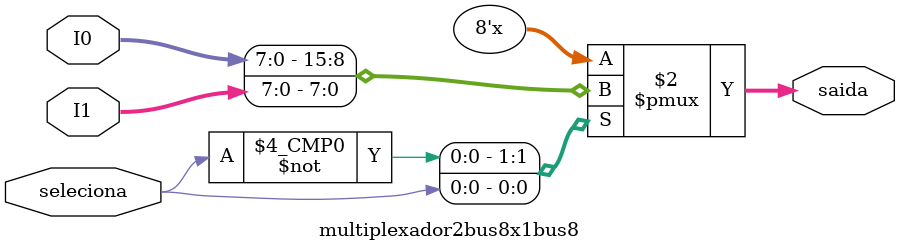
<source format=v>
module multiplexador2bus8x1bus8
   (output reg [7:0] saida,
    input seleciona, input [7:0]I0, I1);
    
    always @ (*) begin
      case (seleciona) 
       1'b0: saida = I0;      
       1'b1: saida = I1;       
      endcase    
    end 
endmodule 


</source>
